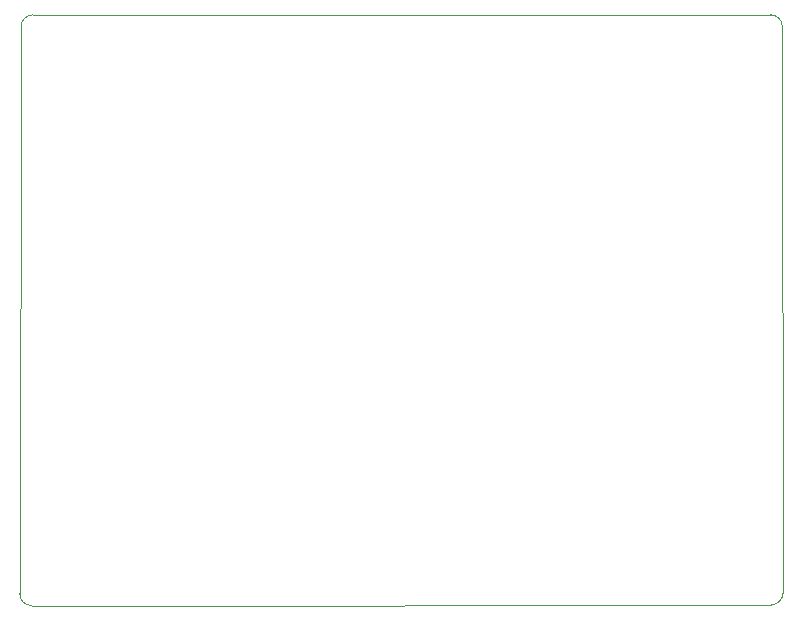
<source format=gbr>
%TF.GenerationSoftware,KiCad,Pcbnew,7.0.6*%
%TF.CreationDate,2024-02-20T00:48:49-05:00*%
%TF.ProjectId,AD7768_breakout,41443737-3638-45f6-9272-65616b6f7574,rev?*%
%TF.SameCoordinates,Original*%
%TF.FileFunction,Profile,NP*%
%FSLAX46Y46*%
G04 Gerber Fmt 4.6, Leading zero omitted, Abs format (unit mm)*
G04 Created by KiCad (PCBNEW 7.0.6) date 2024-02-20 00:48:49*
%MOMM*%
%LPD*%
G01*
G04 APERTURE LIST*
%TA.AperFunction,Profile*%
%ADD10C,0.100000*%
%TD*%
G04 APERTURE END LIST*
D10*
X225175161Y-99826160D02*
X162553666Y-99898835D01*
X161552508Y-98896337D02*
X161672507Y-50872501D01*
X161552568Y-98896337D02*
G75*
G03*
X162553666Y-99898834I999932J-2563D01*
G01*
X226125999Y-50873999D02*
G75*
G03*
X225126000Y-49875000I-999999J-1001D01*
G01*
X226126000Y-50873999D02*
X226173999Y-98825160D01*
X225175161Y-99826198D02*
G75*
G03*
X226173998Y-98825160I-1161J999998D01*
G01*
X162672504Y-49875000D02*
X225126000Y-49875000D01*
X162672504Y-49875004D02*
G75*
G03*
X161672507Y-50872501I-4J-999996D01*
G01*
M02*

</source>
